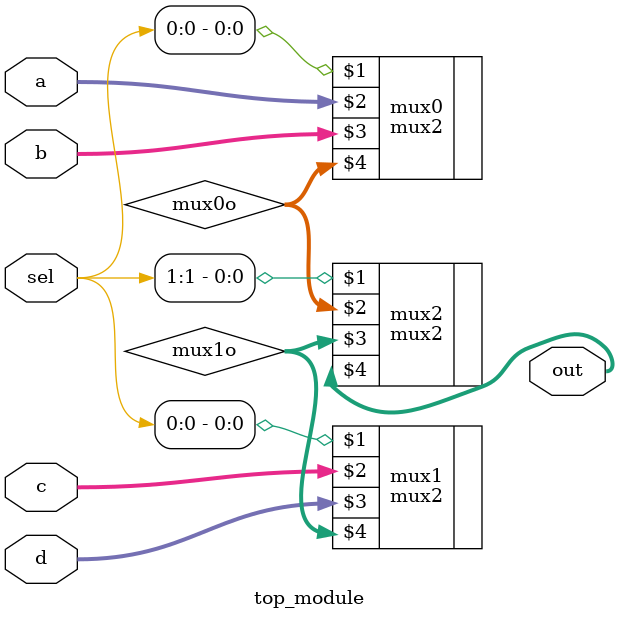
<source format=v>
module top_module (
    input [1:0] sel,
    input [7:0] a,
    input [7:0] b,
    input [7:0] c,
    input [7:0] d,
    output [7:0] out  ); //

    wire [7:0] mux0o, mux1o;
    mux2 mux0 ( sel[0],    a,    b, mux0o );
    mux2 mux1 ( sel[0],    c,    d, mux1o );
    mux2 mux2 ( sel[1], mux0o, mux1o,  out );

endmodule

</source>
